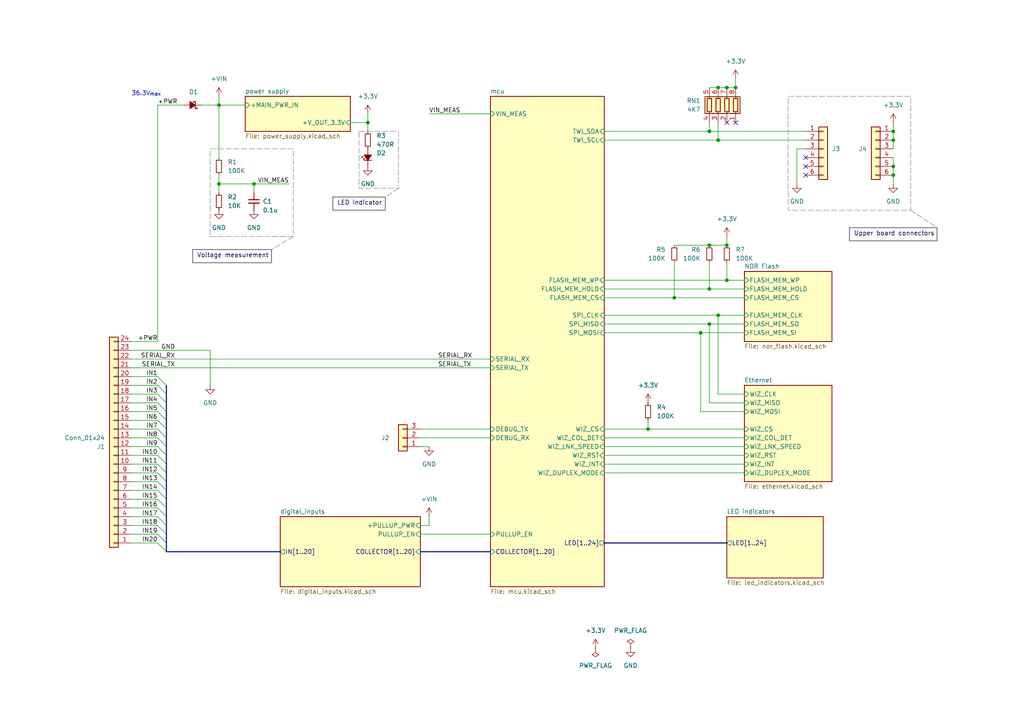
<source format=kicad_sch>
(kicad_sch (version 20230121) (generator eeschema)
  (paper "A4")
  (title_block (date "2023-06-16") (rev "R1"))
  (lib_symbols
    (symbol "Connector_Generic:Conn_01x03" (pin_names (offset 1.016) hide)
      (property "Reference" "J" (at 0 5.08 0))
      (property "Value" "Conn_01x03" (at 0 -5.08 0))
      (symbol "Conn_01x03_1_1"
        (rectangle (start -1.27 -2.413) (end 0 -2.667) (stroke (width 0.1524)))
        (rectangle (start -1.27 0.127) (end 0 -0.127) (stroke (width 0.1524)))
        (rectangle (start -1.27 2.667) (end 0 2.413) (stroke (width 0.1524)))
        (rectangle (start -1.27 3.81) (end 1.27 -3.81) (stroke (width 0.254)) (fill (type background)))
        (pin passive line (at -5.08 2.54 0) (length 3.81) (name "Pin_1") (number "1"))
        (pin passive line (at -5.08 0 0) (length 3.81) (name "Pin_2") (number "2"))
        (pin passive line (at -5.08 -2.54 0) (length 3.81) (name "Pin_3") (number "3"))
      )
    )
    (symbol "Connector_Generic:Conn_01x06" (pin_names (offset 1.016) hide)
      (property "Reference" "J" (at 0 7.62 0))
      (property "Value" "Conn_01x06" (at 0 -10.16 0))
      (symbol "Conn_01x06_1_1"
        (rectangle (start -1.27 -7.493) (end 0 -7.747) (stroke (width 0.1524)))
        (rectangle (start -1.27 -4.953) (end 0 -5.207) (stroke (width 0.1524)))
        (rectangle (start -1.27 -2.413) (end 0 -2.667) (stroke (width 0.1524)))
        (rectangle (start -1.27 0.127) (end 0 -0.127) (stroke (width 0.1524)))
        (rectangle (start -1.27 2.667) (end 0 2.413) (stroke (width 0.1524)))
        (rectangle (start -1.27 5.207) (end 0 4.953) (stroke (width 0.1524)))
        (rectangle (start -1.27 6.35) (end 1.27 -8.89) (stroke (width 0.254)) (fill (type background)))
        (pin passive line (at -5.08 5.08 0) (length 3.81) (name "Pin_1") (number "1"))
        (pin passive line (at -5.08 2.54 0) (length 3.81) (name "Pin_2") (number "2"))
        (pin passive line (at -5.08 0 0) (length 3.81) (name "Pin_3") (number "3"))
        (pin passive line (at -5.08 -2.54 0) (length 3.81) (name "Pin_4") (number "4"))
        (pin passive line (at -5.08 -5.08 0) (length 3.81) (name "Pin_5") (number "5"))
        (pin passive line (at -5.08 -7.62 0) (length 3.81) (name "Pin_6") (number "6"))
      )
    )
    (symbol "Connector_Generic:Conn_01x24" (pin_names (offset 1.016) hide)
      (property "Reference" "J" (at 0 30.48 0))
      (property "Value" "Conn_01x24" (at 0 -33.02 0))
      (symbol "Conn_01x24_1_1"
        (rectangle (start -1.27 -30.353) (end 0 -30.607) (stroke (width 0.1524)))
        (rectangle (start -1.27 -27.813) (end 0 -28.067) (stroke (width 0.1524)))
        (rectangle (start -1.27 -25.273) (end 0 -25.527) (stroke (width 0.1524)))
        (rectangle (start -1.27 -22.733) (end 0 -22.987) (stroke (width 0.1524)))
        (rectangle (start -1.27 -20.193) (end 0 -20.447) (stroke (width 0.1524)))
        (rectangle (start -1.27 -17.653) (end 0 -17.907) (stroke (width 0.1524)))
        (rectangle (start -1.27 -15.113) (end 0 -15.367) (stroke (width 0.1524)))
        (rectangle (start -1.27 -12.573) (end 0 -12.827) (stroke (width 0.1524)))
        (rectangle (start -1.27 -10.033) (end 0 -10.287) (stroke (width 0.1524)))
        (rectangle (start -1.27 -7.493) (end 0 -7.747) (stroke (width 0.1524)))
        (rectangle (start -1.27 -4.953) (end 0 -5.207) (stroke (width 0.1524)))
        (rectangle (start -1.27 -2.413) (end 0 -2.667) (stroke (width 0.1524)))
        (rectangle (start -1.27 0.127) (end 0 -0.127) (stroke (width 0.1524)))
        (rectangle (start -1.27 2.667) (end 0 2.413) (stroke (width 0.1524)))
        (rectangle (start -1.27 5.207) (end 0 4.953) (stroke (width 0.1524)))
        (rectangle (start -1.27 7.747) (end 0 7.493) (stroke (width 0.1524)))
        (rectangle (start -1.27 10.287) (end 0 10.033) (stroke (width 0.1524)))
        (rectangle (start -1.27 12.827) (end 0 12.573) (stroke (width 0.1524)))
        (rectangle (start -1.27 15.367) (end 0 15.113) (stroke (width 0.1524)))
        (rectangle (start -1.27 17.907) (end 0 17.653) (stroke (width 0.1524)))
        (rectangle (start -1.27 20.447) (end 0 20.193) (stroke (width 0.1524)))
        (rectangle (start -1.27 22.987) (end 0 22.733) (stroke (width 0.1524)))
        (rectangle (start -1.27 25.527) (end 0 25.273) (stroke (width 0.1524)))
        (rectangle (start -1.27 28.067) (end 0 27.813) (stroke (width 0.1524)))
        (rectangle (start -1.27 29.21) (end 1.27 -31.75) (stroke (width 0.254)) (fill (type background)))
        (pin passive line (at -5.08 27.94 0) (length 3.81) (name "Pin_1") (number "1"))
        (pin passive line (at -5.08 5.08 0) (length 3.81) (name "Pin_10") (number "10"))
        (pin passive line (at -5.08 2.54 0) (length 3.81) (name "Pin_11") (number "11"))
        (pin passive line (at -5.08 0 0) (length 3.81) (name "Pin_12") (number "12"))
        (pin passive line (at -5.08 -2.54 0) (length 3.81) (name "Pin_13") (number "13"))
        (pin passive line (at -5.08 -5.08 0) (length 3.81) (name "Pin_14") (number "14"))
        (pin passive line (at -5.08 -7.62 0) (length 3.81) (name "Pin_15") (number "15"))
        (pin passive line (at -5.08 -10.16 0) (length 3.81) (name "Pin_16") (number "16"))
        (pin passive line (at -5.08 -12.7 0) (length 3.81) (name "Pin_17") (number "17"))
        (pin passive line (at -5.08 -15.24 0) (length 3.81) (name "Pin_18") (number "18"))
        (pin passive line (at -5.08 -17.78 0) (length 3.81) (name "Pin_19") (number "19"))
        (pin passive line (at -5.08 25.4 0) (length 3.81) (name "Pin_2") (number "2"))
        (pin passive line (at -5.08 -20.32 0) (length 3.81) (name "Pin_20") (number "20"))
        (pin passive line (at -5.08 -22.86 0) (length 3.81) (name "Pin_21") (number "21"))
        (pin passive line (at -5.08 -25.4 0) (length 3.81) (name "Pin_22") (number "22"))
        (pin passive line (at -5.08 -27.94 0) (length 3.81) (name "Pin_23") (number "23"))
        (pin passive line (at -5.08 -30.48 0) (length 3.81) (name "Pin_24") (number "24"))
        (pin passive line (at -5.08 22.86 0) (length 3.81) (name "Pin_3") (number "3"))
        (pin passive line (at -5.08 20.32 0) (length 3.81) (name "Pin_4") (number "4"))
        (pin passive line (at -5.08 17.78 0) (length 3.81) (name "Pin_5") (number "5"))
        (pin passive line (at -5.08 15.24 0) (length 3.81) (name "Pin_6") (number "6"))
        (pin passive line (at -5.08 12.7 0) (length 3.81) (name "Pin_7") (number "7"))
        (pin passive line (at -5.08 10.16 0) (length 3.81) (name "Pin_8") (number "8"))
        (pin passive line (at -5.08 7.62 0) (length 3.81) (name "Pin_9") (number "9"))
      )
    )
    (symbol "Device:C_Small" (pin_numbers hide) (pin_names (offset 0.254) hide)
      (property "Reference" "C" (at 0.254 1.778 0))
      (property "Value" "C_Small" (at 0.254 -2.032 0))
      (symbol "C_Small_0_1"
        (polyline (pts (xy -1.524 -0.508) (xy 1.524 -0.508)) (stroke (width 0.3302)))
        (polyline (pts (xy -1.524 0.508) (xy 1.524 0.508)) (stroke (width 0.3048)))
      )
      (symbol "C_Small_1_1"
        (pin passive line (at 0 2.54 270) (length 2.032) (name "~") (number "1"))
        (pin passive line (at 0 -2.54 90) (length 2.032) (name "~") (number "2"))
      )
    )
    (symbol "Device:D_Schottky_Small_Filled" (pin_numbers hide) (pin_names (offset 0.254) hide)
      (property "Reference" "D" (at -1.27 2.032 0))
      (property "Value" "D_Schottky_Small_Filled" (at -7.112 -2.032 0))
      (symbol "D_Schottky_Small_Filled_0_1"
        (polyline (pts (xy -0.762 0) (xy 0.762 0)))
        (polyline (pts (xy 0.762 -1.016) (xy -0.762 0) (xy 0.762 1.016) (xy 0.762 -1.016)) (stroke (width 0.254)) (fill (type outline)))
        (polyline (pts (xy -1.27 0.762) (xy -1.27 1.016) (xy -0.762 1.016) (xy -0.762 -1.016) (xy -0.254 -1.016) (xy -0.254 -0.762)) (stroke (width 0.254)))
      )
      (symbol "D_Schottky_Small_Filled_1_1"
        (pin passive line (at -2.54 0 0) (length 1.778) (name "K") (number "1"))
        (pin passive line (at 2.54 0 180) (length 1.778) (name "A") (number "2"))
      )
    )
    (symbol "Device:LED_Small_Filled" (pin_numbers hide) (pin_names (offset 0.254) hide)
      (property "Reference" "D" (at -1.27 3.175 0))
      (property "Value" "LED_Small_Filled" (at -4.445 -2.54 0))
      (symbol "LED_Small_Filled_0_1"
        (polyline (pts (xy -0.762 -1.016) (xy -0.762 1.016)) (stroke (width 0.254)))
        (polyline (pts (xy 1.016 0) (xy -0.762 0)))
        (polyline (pts (xy 0.762 -1.016) (xy -0.762 0) (xy 0.762 1.016) (xy 0.762 -1.016)) (stroke (width 0.254)) (fill (type outline)))
        (polyline (pts (xy 0 0.762) (xy -0.508 1.27) (xy -0.254 1.27) (xy -0.508 1.27) (xy -0.508 1.016)))
        (polyline (pts (xy 0.508 1.27) (xy 0 1.778) (xy 0.254 1.778) (xy 0 1.778) (xy 0 1.524)))
      )
      (symbol "LED_Small_Filled_1_1"
        (pin passive line (at -2.54 0 0) (length 1.778) (name "K") (number "1"))
        (pin passive line (at 2.54 0 180) (length 1.778) (name "A") (number "2"))
      )
    )
    (symbol "Device:R_Pack04" (pin_names (offset 0) hide)
      (property "Reference" "RN" (at -7.62 0 90))
      (property "Value" "R_Pack04" (at 5.08 0 90))
      (symbol "R_Pack04_0_1"
        (rectangle (start -6.35 -2.413) (end 3.81 2.413) (stroke (width 0.254)) (fill (type background)))
        (rectangle (start -5.715 1.905) (end -4.445 -1.905) (stroke (width 0.254)))
        (rectangle (start -3.175 1.905) (end -1.905 -1.905) (stroke (width 0.254)))
        (rectangle (start -0.635 1.905) (end 0.635 -1.905) (stroke (width 0.254)))
        (polyline (pts (xy -5.08 -2.54) (xy -5.08 -1.905)))
        (polyline (pts (xy -5.08 1.905) (xy -5.08 2.54)))
        (polyline (pts (xy -2.54 -2.54) (xy -2.54 -1.905)))
        (polyline (pts (xy -2.54 1.905) (xy -2.54 2.54)))
        (polyline (pts (xy 0 -2.54) (xy 0 -1.905)))
        (polyline (pts (xy 0 1.905) (xy 0 2.54)))
        (polyline (pts (xy 2.54 -2.54) (xy 2.54 -1.905)))
        (polyline (pts (xy 2.54 1.905) (xy 2.54 2.54)))
        (rectangle (start 1.905 1.905) (end 3.175 -1.905) (stroke (width 0.254)))
      )
      (symbol "R_Pack04_1_1"
        (pin passive line (at -5.08 -5.08 90) (length 2.54) (name "R1.1") (number "1"))
        (pin passive line (at -2.54 -5.08 90) (length 2.54) (name "R2.1") (number "2"))
        (pin passive line (at 0 -5.08 90) (length 2.54) (name "R3.1") (number "3"))
        (pin passive line (at 2.54 -5.08 90) (length 2.54) (name "R4.1") (number "4"))
        (pin passive line (at 2.54 5.08 270) (length 2.54) (name "R4.2") (number "5"))
        (pin passive line (at 0 5.08 270) (length 2.54) (name "R3.2") (number "6"))
        (pin passive line (at -2.54 5.08 270) (length 2.54) (name "R2.2") (number "7"))
        (pin passive line (at -5.08 5.08 270) (length 2.54) (name "R1.2") (number "8"))
      )
    )
    (symbol "Device:R_Small" (pin_numbers hide) (pin_names (offset 0.254) hide)
      (property "Reference" "R" (at 0.762 0.508 0))
      (property "Value" "R_Small" (at 0.762 -1.016 0))
      (symbol "R_Small_0_1"
        (rectangle (start -0.762 1.778) (end 0.762 -1.778) (stroke (width 0.2032)))
      )
      (symbol "R_Small_1_1"
        (pin passive line (at 0 2.54 270) (length 0.762) (name "~") (number "1"))
        (pin passive line (at 0 -2.54 90) (length 0.762) (name "~") (number "2"))
      )
    )
    (symbol "My Libraries:+VIN" (power) (in_bom no) (on_board no)
      (property "Value" "+VIN" (at 0 3.81 0))
      (symbol "+VIN_0_1"
        (polyline (pts (xy 0 0) (xy 0 2.54)))
        (polyline (pts (xy 0 2.54) (xy -0.762 1.27)))
        (polyline (pts (xy 0 2.54) (xy 0.762 1.27)))
      )
      (symbol "+VIN_1_1"
        (pin power_in line (at 0 0 90) (length 0) hide (name "+VIN") (number "1"))
      )
    )
    (symbol "power:+3.3V" (power) (pin_names (offset 0))
      (property "Value" "+3.3V" (at 0 3.556 0))
      (symbol "+3.3V_0_1"
        (polyline (pts (xy -0.762 1.27) (xy 0 2.54)))
        (polyline (pts (xy 0 0) (xy 0 2.54)))
        (polyline (pts (xy 0 2.54) (xy 0.762 1.27)))
      )
      (symbol "+3.3V_1_1"
        (pin power_in line (at 0 0 90) (length 0) hide (name "+3.3V") (number "1"))
      )
    )
    (symbol "power:GND" (power) (pin_names (offset 0))
      (property "Value" "GND" (at 0 -3.81 0))
      (symbol "GND_0_1"
        (polyline (pts (xy 0 0) (xy 0 -1.27) (xy 1.27 -1.27) (xy 0 -2.54) (xy -1.27 -1.27) (xy 0 -1.27)))
      )
      (symbol "GND_1_1"
        (pin power_in line (at 0 0 270) (length 0) hide (name "GND") (number "1"))
      )
    )
    (symbol "power:PWR_FLAG" (power) (pin_numbers hide) (pin_names (offset 0) hide)
      (property "Value" "PWR_FLAG" (at 0 3.81 0))
      (symbol "PWR_FLAG_0_0"
        (pin power_out line (at 0 0 90) (length 0) (name "pwr") (number "1"))
      )
      (symbol "PWR_FLAG_0_1"
        (polyline (pts (xy 0 0) (xy 0 1.27) (xy -1.016 1.905) (xy 0 2.54) (xy 1.016 1.905) (xy 0 1.27)))
      )
    )
  )
  (junction (at 73.66 53.34))
  (junction (at 63.5 30.48))
  (junction (at 203.2 96.52))
  (junction (at 210.82 71.12))
  (junction (at 210.82 25.4))
  (junction (at 205.74 38.1))
  (junction (at 205.74 83.82))
  (junction (at 259.08 40.64))
  (junction (at 63.5 53.34))
  (junction (at 213.36 25.4))
  (junction (at 205.74 93.98))
  (junction (at 208.28 25.4))
  (junction (at 187.96 124.46))
  (junction (at 195.58 86.36))
  (junction (at 106.68 35.56))
  (junction (at 208.28 91.44))
  (junction (at 259.08 38.1))
  (junction (at 205.74 71.12))
  (junction (at 259.08 48.26))
  (junction (at 210.82 81.28))
  (junction (at 208.28 40.64))
  (junction (at 259.08 50.8))
  (no_connect (at 213.36 35.56))
  (no_connect (at 233.68 50.8))
  (no_connect (at 233.68 48.26))
  (no_connect (at 233.68 45.72))
  (no_connect (at 210.82 35.56))
  (bus_entry (at 45.72 134.62) (size 2.54 2.54))
  (bus_entry (at 45.72 127) (size 2.54 2.54))
  (bus_entry (at 45.72 132.08) (size 2.54 2.54))
  (bus_entry (at 45.72 137.16) (size 2.54 2.54))
  (bus_entry (at 45.72 129.54) (size 2.54 2.54))
  (bus_entry (at 45.72 116.84) (size 2.54 2.54))
  (bus_entry (at 45.72 139.7) (size 2.54 2.54))
  (bus_entry (at 45.72 144.78) (size 2.54 2.54))
  (bus_entry (at 45.72 109.22) (size 2.54 2.54))
  (bus_entry (at 45.72 114.3) (size 2.54 2.54))
  (bus_entry (at 45.72 142.24) (size 2.54 2.54))
  (bus_entry (at 45.72 121.92) (size 2.54 2.54))
  (bus_entry (at 45.72 157.48) (size 2.54 2.54))
  (bus_entry (at 45.72 147.32) (size 2.54 2.54))
  (bus_entry (at 45.72 152.4) (size 2.54 2.54))
  (bus_entry (at 45.72 119.38) (size 2.54 2.54))
  (bus_entry (at 45.72 111.76) (size 2.54 2.54))
  (bus_entry (at 45.72 154.94) (size 2.54 2.54))
  (bus_entry (at 45.72 149.86) (size 2.54 2.54))
  (bus_entry (at 45.72 124.46) (size 2.54 2.54))
  (wire (pts (xy 208.28 91.44) (xy 208.28 114.3)))
  (wire (pts (xy 203.2 96.52) (xy 203.2 119.38)))
  (wire (pts (xy 38.1 116.84) (xy 45.72 116.84)))
  (wire (pts (xy 124.46 149.86) (xy 124.46 152.4)))
  (wire (pts (xy 63.5 50.8) (xy 63.5 53.34)))
  (wire (pts (xy 38.1 111.76) (xy 45.72 111.76)))
  (wire (pts (xy 38.1 152.4) (xy 45.72 152.4)))
  (wire (pts (xy 195.58 76.2) (xy 195.58 86.36)))
  (bus (pts (xy 48.26 154.94) (xy 48.26 157.48)))
  (wire (pts (xy 38.1 114.3) (xy 45.72 114.3)))
  (wire (pts (xy 38.1 147.32) (xy 45.72 147.32)))
  (wire (pts (xy 259.08 35.56) (xy 259.08 38.1)))
  (wire (pts (xy 38.1 132.08) (xy 45.72 132.08)))
  (wire (pts (xy 210.82 68.58) (xy 210.82 71.12)))
  (bus (pts (xy 48.26 134.62) (xy 48.26 137.16)))
  (wire (pts (xy 38.1 137.16) (xy 45.72 137.16)))
  (wire (pts (xy 175.26 132.08) (xy 215.9 132.08)))
  (wire (pts (xy 45.72 30.48) (xy 53.34 30.48)))
  (wire (pts (xy 124.46 33.02) (xy 142.24 33.02)))
  (wire (pts (xy 38.1 134.62) (xy 45.72 134.62)))
  (bus (pts (xy 48.26 132.08) (xy 48.26 134.62)))
  (wire (pts (xy 195.58 86.36) (xy 215.9 86.36)))
  (wire (pts (xy 38.1 129.54) (xy 45.72 129.54)))
  (polyline (pts (xy 85.09 68.58) (xy 78.74 72.39)) (stroke (width 0.15) (type dash) (color 132 132 132 1)))
  (polyline (pts (xy 115.57 54.61) (xy 111.76 57.15)) (stroke (width 0.15) (type dash) (color 132 132 132 1)))
  (wire (pts (xy 124.46 129.54) (xy 121.92 129.54)))
  (wire (pts (xy 208.28 91.44) (xy 215.9 91.44)))
  (wire (pts (xy 121.92 127) (xy 142.24 127)))
  (wire (pts (xy 213.36 22.86) (xy 213.36 25.4)))
  (wire (pts (xy 58.42 30.48) (xy 63.5 30.48)))
  (bus (pts (xy 48.26 144.78) (xy 48.26 147.32)))
  (wire (pts (xy 259.08 45.72) (xy 259.08 48.26)))
  (wire (pts (xy 208.28 40.64) (xy 208.28 35.56)))
  (bus (pts (xy 48.26 121.92) (xy 48.26 124.46)))
  (bus (pts (xy 48.26 119.38) (xy 48.26 121.92)))
  (bus (pts (xy 48.26 111.76) (xy 48.26 114.3)))
  (wire (pts (xy 63.5 30.48) (xy 71.12 30.48)))
  (wire (pts (xy 175.26 86.36) (xy 195.58 86.36)))
  (wire (pts (xy 38.1 121.92) (xy 45.72 121.92)))
  (wire (pts (xy 215.9 116.84) (xy 205.74 116.84)))
  (wire (pts (xy 233.68 40.64) (xy 208.28 40.64)))
  (wire (pts (xy 210.82 25.4) (xy 208.28 25.4)))
  (wire (pts (xy 175.26 134.62) (xy 215.9 134.62)))
  (wire (pts (xy 63.5 53.34) (xy 73.66 53.34)))
  (bus (pts (xy 175.26 157.48) (xy 210.82 157.48)))
  (wire (pts (xy 121.92 124.46) (xy 142.24 124.46)))
  (bus (pts (xy 48.26 152.4) (xy 48.26 154.94)))
  (bus (pts (xy 48.26 129.54) (xy 48.26 132.08)))
  (wire (pts (xy 175.26 137.16) (xy 215.9 137.16)))
  (wire (pts (xy 38.1 142.24) (xy 45.72 142.24)))
  (wire (pts (xy 38.1 157.48) (xy 45.72 157.48)))
  (wire (pts (xy 106.68 35.56) (xy 106.68 38.1)))
  (wire (pts (xy 38.1 101.6) (xy 60.96 101.6)))
  (wire (pts (xy 175.26 81.28) (xy 210.82 81.28)))
  (bus (pts (xy 48.26 157.48) (xy 48.26 160.02)))
  (wire (pts (xy 187.96 121.92) (xy 187.96 124.46)))
  (wire (pts (xy 195.58 71.12) (xy 205.74 71.12)))
  (wire (pts (xy 259.08 38.1) (xy 259.08 40.64)))
  (wire (pts (xy 63.5 45.72) (xy 63.5 30.48)))
  (wire (pts (xy 215.9 119.38) (xy 203.2 119.38)))
  (wire (pts (xy 38.1 127) (xy 45.72 127)))
  (wire (pts (xy 259.08 48.26) (xy 259.08 50.8)))
  (bus (pts (xy 48.26 124.46) (xy 48.26 127)))
  (wire (pts (xy 121.92 154.94) (xy 142.24 154.94)))
  (wire (pts (xy 38.1 139.7) (xy 45.72 139.7)))
  (wire (pts (xy 175.26 40.64) (xy 208.28 40.64)))
  (wire (pts (xy 210.82 76.2) (xy 210.82 81.28)))
  (wire (pts (xy 175.26 38.1) (xy 205.74 38.1)))
  (wire (pts (xy 205.74 93.98) (xy 215.9 93.98)))
  (wire (pts (xy 175.26 124.46) (xy 187.96 124.46)))
  (wire (pts (xy 203.2 96.52) (xy 215.9 96.52)))
  (wire (pts (xy 175.26 129.54) (xy 215.9 129.54)))
  (bus (pts (xy 48.26 149.86) (xy 48.26 152.4)))
  (wire (pts (xy 60.96 101.6) (xy 60.96 111.76)))
  (wire (pts (xy 63.5 53.34) (xy 63.5 55.88)))
  (bus (pts (xy 48.26 142.24) (xy 48.26 144.78)))
  (polyline (pts (xy 264.16 60.96) (xy 271.78 66.04)) (stroke (width 0.15) (type dash) (color 132 132 132 1)))
  (bus (pts (xy 121.92 160.02) (xy 142.24 160.02)))
  (wire (pts (xy 73.66 53.34) (xy 83.82 53.34)))
  (wire (pts (xy 175.26 91.44) (xy 208.28 91.44)))
  (wire (pts (xy 205.74 71.12) (xy 210.82 71.12)))
  (wire (pts (xy 73.66 55.88) (xy 73.66 53.34)))
  (wire (pts (xy 175.26 93.98) (xy 205.74 93.98)))
  (wire (pts (xy 187.96 124.46) (xy 215.9 124.46)))
  (wire (pts (xy 38.1 104.14) (xy 142.24 104.14)))
  (wire (pts (xy 45.72 30.48) (xy 45.72 99.06)))
  (bus (pts (xy 48.26 147.32) (xy 48.26 149.86)))
  (wire (pts (xy 175.26 96.52) (xy 203.2 96.52)))
  (bus (pts (xy 48.26 116.84) (xy 48.26 119.38)))
  (bus (pts (xy 48.26 137.16) (xy 48.26 139.7)))
  (wire (pts (xy 175.26 127) (xy 215.9 127)))
  (wire (pts (xy 101.6 35.56) (xy 106.68 35.56)))
  (bus (pts (xy 48.26 114.3) (xy 48.26 116.84)))
  (wire (pts (xy 231.14 53.34) (xy 231.14 43.18)))
  (wire (pts (xy 63.5 27.94) (xy 63.5 30.48)))
  (wire (pts (xy 106.68 33.02) (xy 106.68 35.56)))
  (wire (pts (xy 210.82 81.28) (xy 215.9 81.28)))
  (wire (pts (xy 38.1 124.46) (xy 45.72 124.46)))
  (wire (pts (xy 231.14 43.18) (xy 233.68 43.18)))
  (wire (pts (xy 205.74 76.2) (xy 205.74 83.82)))
  (wire (pts (xy 205.74 38.1) (xy 205.74 35.56)))
  (wire (pts (xy 124.46 152.4) (xy 121.92 152.4)))
  (wire (pts (xy 259.08 50.8) (xy 259.08 53.34)))
  (wire (pts (xy 175.26 83.82) (xy 205.74 83.82)))
  (wire (pts (xy 38.1 109.22) (xy 45.72 109.22)))
  (wire (pts (xy 38.1 154.94) (xy 45.72 154.94)))
  (bus (pts (xy 48.26 127) (xy 48.26 129.54)))
  (wire (pts (xy 208.28 25.4) (xy 205.74 25.4)))
  (wire (pts (xy 213.36 25.4) (xy 210.82 25.4)))
  (bus (pts (xy 81.28 160.02) (xy 48.26 160.02)))
  (wire (pts (xy 38.1 144.78) (xy 45.72 144.78)))
  (wire (pts (xy 205.74 93.98) (xy 205.74 116.84)))
  (wire (pts (xy 215.9 114.3) (xy 208.28 114.3)))
  (bus (pts (xy 48.26 139.7) (xy 48.26 142.24)))
  (wire (pts (xy 38.1 119.38) (xy 45.72 119.38)))
  (wire (pts (xy 205.74 83.82) (xy 215.9 83.82)))
  (wire (pts (xy 38.1 149.86) (xy 45.72 149.86)))
  (wire (pts (xy 233.68 38.1) (xy 205.74 38.1)))
  (wire (pts (xy 45.72 99.06) (xy 38.1 99.06)))
  (wire (pts (xy 38.1 106.68) (xy 142.24 106.68)))
  (wire (pts (xy 259.08 40.64) (xy 259.08 43.18)))
  (rectangle (start 96.52 57.15) (end 111.76 60.96) (stroke (width 0.3) (color 132 132 132 1)))
  (rectangle (start 228.6 27.94) (end 264.16 60.96) (stroke (width 0.15) (type dash) (color 132 132 132 1)))
  (rectangle (start 55.88 72.39) (end 78.74 76.2) (stroke (width 0.3) (color 132 132 132 1)))
  (rectangle (start 60.96 43.18) (end 85.09 68.58) (stroke (width 0.15) (type dash) (color 132 132 132 1)))
  (rectangle (start 246.38 66.04) (end 271.78 69.85) (stroke (width 0.3) (color 132 132 132 1)))
  (rectangle (start 104.14 38.1) (end 115.57 54.61) (stroke (width 0.15) (type dash) (color 132 132 132 1)))
  (text "36.3V_{max}" (at 38.1 27.94 0) (effects (font (size 1.27 1.27)) (justify left bottom)))
  (text "Voltage measurement" (at 57.15 74.93 0) (effects (font (size 1.27 1.27)) (justify left bottom)))
  (text "Upper board connectors" (at 247.65 68.58 0) (effects (font (size 1.27 1.27)) (justify left bottom)))
  (text "LED indicator" (at 97.79 59.69 0) (effects (font (size 1.27 1.27)) (justify left bottom)))
  (label "IN10" (at 45.72 132.08 180))
  (label "IN16" (at 45.72 147.32 180))
  (label "IN11" (at 45.72 134.62 180))
  (label "IN15" (at 45.72 144.78 180))
  (label "IN7" (at 45.72 124.46 180))
  (label "VIN_MEAS" (at 83.82 53.34 180))
  (label "IN4" (at 45.72 116.84 180))
  (label "IN20" (at 45.72 157.48 180))
  (label "IN9" (at 45.72 129.54 180))
  (label "IN19" (at 45.72 154.94 180))
  (label "IN1" (at 45.72 109.22 180))
  (label "IN3" (at 45.72 114.3 180))
  (label "IN5" (at 45.72 119.38 180))
  (label "IN2" (at 45.72 111.76 180))
  (label "IN13" (at 45.72 139.7 180))
  (label "SERIAL_TX" (at 127 106.68 0))
  (label "IN8" (at 45.72 127 180))
  (label "SERIAL_TX" (at 50.8 106.68 180))
  (label "+PWR" (at 45.72 99.06 180))
  (label "IN6" (at 45.72 121.92 180))
  (label "SERIAL_RX" (at 127 104.14 0))
  (label "SERIAL_RX" (at 50.8 104.14 180))
  (label "IN17" (at 45.72 149.86 180))
  (label "IN14" (at 45.72 142.24 180))
  (label "IN18" (at 45.72 152.4 180))
  (label "VIN_MEAS" (at 124.46 33.02 0))
  (label "IN12" (at 45.72 137.16 180))
  (label "+PWR" (at 45.72 30.48 0))
  (label "GND" (at 50.8 101.6 180))
  (symbol (lib_id "power:GND") (at 63.5 60.96 0) (unit 1)
    (property "Reference" "#PWR03" (effects hide))
    (property "Value" "GND" (at 63.5 66.04 0))
  )
  (symbol (lib_id "power:+3.3V") (at 172.72 187.96 0) (unit 1)
    (property "Reference" "#PWR09" (effects hide))
    (property "Value" "+3.3V" (at 172.72 182.88 0))
  )
  (symbol (lib_id "Device:LED_Small_Filled") (at 106.68 45.72 90) (unit 1)
    (property "Reference" "D2" (at 109.22 44.3865 90) (effects (justify right)))
    (property "Value" "LED_Small_Filled" (effects hide))
    (property "Footprint" "LED_SMD:LED_0603_1608Metric" (effects hide))
  )
  (symbol (lib_id "Device:R_Small") (at 63.5 58.42 0) (unit 1)
    (property "Reference" "R2" (at 66.04 57.15 0) (effects (justify left)))
    (property "Value" "10K" (at 66.04 59.69 0) (effects (justify left)))
    (property "Footprint" "Resistor_SMD:R_0603_1608Metric" (effects hide))
  )
  (symbol (lib_id "power:PWR_FLAG") (at 182.88 187.96 0) (unit 1)
    (property "Reference" "#FLG02" (effects hide))
    (property "Value" "PWR_FLAG" (at 182.88 182.88 0))
  )
  (symbol (lib_id "Device:R_Small") (at 210.82 73.66 0) (unit 1)
    (property "Reference" "R7" (at 213.36 72.39 0) (effects (justify left)))
    (property "Value" "100K" (at 213.36 74.93 0) (effects (justify left)))
    (property "Footprint" "Resistor_SMD:R_0603_1608Metric" (effects hide))
  )
  (symbol (lib_id "power:GND") (at 182.88 187.96 0) (unit 1)
    (property "Reference" "#PWR010" (effects hide))
    (property "Value" "GND" (at 182.88 193.04 0))
  )
  (symbol (lib_id "power:+3.3V") (at 187.96 116.84 0) (unit 1)
    (property "Reference" "#PWR011" (effects hide))
    (property "Value" "+3.3V" (at 187.96 111.76 0))
  )
  (symbol (lib_id "Connector_Generic:Conn_01x06") (at 254 43.18 0) (mirror y) (unit 1)
    (property "Reference" "J4" (at 251.46 43.18 0) (effects (justify left)))
    (property "Value" "Conn_01x06" (effects hide))
    (property "Footprint" "Connector_PinHeader_2.54mm:PinHeader_1x06_P2.54mm_Vertical" (effects hide))
  )
  (symbol (lib_id "power:+3.3V") (at 106.68 33.02 0) (unit 1)
    (property "Reference" "#PWR05" (effects hide))
    (property "Value" "+3.3V" (at 106.68 27.94 0))
  )
  (symbol (lib_id "Connector_Generic:Conn_01x06") (at 238.76 43.18 0) (unit 1)
    (property "Reference" "J3" (at 241.3 43.18 0) (effects (justify left)))
    (property "Value" "Conn_01x06" (effects hide))
    (property "Footprint" "Connector_PinHeader_2.54mm:PinHeader_1x06_P2.54mm_Vertical" (effects hide))
  )
  (symbol (lib_id "power:GND") (at 60.96 111.76 0) (unit 1)
    (property "Reference" "#PWR01" (effects hide))
    (property "Value" "GND" (at 60.96 116.84 0))
  )
  (symbol (lib_id "power:GND") (at 124.46 129.54 0) (unit 1)
    (property "Reference" "#PWR07" (effects hide))
    (property "Value" "GND" (at 124.46 134.62 0))
  )
  (symbol (lib_id "power:GND") (at 259.08 53.34 0) (unit 1)
    (property "Reference" "#PWR016" (effects hide))
    (property "Value" "GND" (at 259.08 58.42 0))
  )
  (symbol (lib_id "Device:R_Small") (at 205.74 73.66 0) (mirror y) (unit 1)
    (property "Reference" "R6" (at 203.2 72.39 0) (effects (justify left)))
    (property "Value" "100K" (at 203.2 74.93 0) (effects (justify left)))
    (property "Footprint" "Resistor_SMD:R_0603_1608Metric" (effects hide))
  )
  (symbol (lib_id "power:+3.3V") (at 210.82 68.58 0) (unit 1)
    (property "Reference" "#PWR012" (effects hide))
    (property "Value" "+3.3V" (at 210.82 63.5 0))
  )
  (symbol (lib_id "Device:D_Schottky_Small_Filled") (at 55.88 30.48 180) (unit 1)
    (property "Reference" "D1" (at 56.134 26.67 0))
    (property "Value" "SBR3U60P1Q-7" (effects hide))
    (property "Footprint" "Diode_SMD:D_PowerDI-123" (effects hide))
    (property "PartkeeprID" "43" (effects hide))
  )
  (symbol (lib_id "Device:R_Small") (at 63.5 48.26 0) (unit 1)
    (property "Reference" "R1" (at 66.04 46.99 0) (effects (justify left)))
    (property "Value" "100K" (at 66.04 49.53 0) (effects (justify left)))
    (property "Footprint" "Resistor_SMD:R_0603_1608Metric" (effects hide))
  )
  (symbol (lib_id "Device:R_Small") (at 106.68 40.64 180) (unit 1)
    (property "Reference" "R3" (at 109.22 39.37 0) (effects (justify right)))
    (property "Value" "470R" (at 109.22 41.91 0) (effects (justify right)))
    (property "Footprint" "Resistor_SMD:R_0603_1608Metric" (effects hide))
  )
  (symbol (lib_id "power:GND") (at 106.68 48.26 0) (unit 1)
    (property "Reference" "#PWR06" (effects hide))
    (property "Value" "GND" (at 106.68 53.34 0))
  )
  (symbol (lib_id "My Libraries:+VIN") (at 124.46 149.86 0) (unit 1) (in_bom no) (on_board no)
    (property "Reference" "#PWR08" (effects hide))
    (property "Value" "+VIN" (at 124.46 144.78 0))
  )
  (symbol (lib_id "power:PWR_FLAG") (at 172.72 187.96 180) (unit 1)
    (property "Reference" "#FLG01" (effects hide))
    (property "Value" "PWR_FLAG" (at 172.72 193.04 0))
  )
  (symbol (lib_id "Device:R_Small") (at 195.58 73.66 0) (mirror y) (unit 1)
    (property "Reference" "R5" (at 193.04 72.39 0) (effects (justify left)))
    (property "Value" "100K" (at 193.04 74.93 0) (effects (justify left)))
    (property "Footprint" "Resistor_SMD:R_0603_1608Metric" (effects hide))
  )
  (symbol (lib_id "Connector_Generic:Conn_01x03") (at 116.84 127 180) (unit 1)
    (property "Reference" "J2" (at 111.76 127 0))
    (property "Value" "Conn_01x03" (effects hide))
    (property "Footprint" "Connector_PinHeader_2.54mm:PinHeader_1x03_P2.54mm_Vertical" (effects hide))
  )
  (symbol (lib_id "power:GND") (at 73.66 60.96 0) (unit 1)
    (property "Reference" "#PWR04" (effects hide))
    (property "Value" "GND" (at 73.66 66.04 0))
  )
  (symbol (lib_id "Device:C_Small") (at 73.66 58.42 0) (unit 1)
    (property "Reference" "C1" (at 76.2 58.42 0) (effects (justify left)))
    (property "Value" "0.1u" (at 76.2 60.96 0) (effects (justify left)))
    (property "Footprint" "Capacitor_SMD:C_0603_1608Metric" (effects hide))
    (property "PartkeeprID" "50" (effects hide))
  )
  (symbol (lib_id "power:+3.3V") (at 259.08 35.56 0) (unit 1)
    (property "Reference" "#PWR015" (effects hide))
    (property "Value" "+3.3V" (at 259.08 30.48 0))
  )
  (symbol (lib_id "Connector_Generic:Conn_01x24") (at 33.02 129.54 180) (unit 1)
    (property "Reference" "J1" (at 30.48 129.54 0) (effects (justify left)))
    (property "Value" "Conn_01x24" (at 30.48 127 0) (effects (justify left)))
    (property "Footprint" "My Footprints:TerminalBlock_TE_1-2834011-x(24P-merged)" (effects hide))
  )
  (symbol (lib_id "My Libraries:+VIN") (at 63.5 27.94 0) (unit 1) (in_bom no) (on_board no)
    (property "Reference" "#PWR02" (effects hide))
    (property "Value" "+VIN" (at 63.5 22.86 0))
  )
  (symbol (lib_id "Device:R_Small") (at 187.96 119.38 0) (unit 1)
    (property "Reference" "R4" (at 190.5 118.11 0) (effects (justify left)))
    (property "Value" "100K" (at 190.5 120.65 0) (effects (justify left)))
    (property "Footprint" "Resistor_SMD:R_0603_1608Metric" (effects hide))
  )
  (symbol (lib_id "power:+3.3V") (at 213.36 22.86 0) (mirror y) (unit 1)
    (property "Reference" "#PWR013" (effects hide))
    (property "Value" "+3.3V" (at 213.36 17.78 0))
  )
  (symbol (lib_id "Device:R_Pack04") (at 208.28 30.48 0) (mirror y) (unit 1)
    (property "Reference" "RN1" (at 203.2 29.21 0) (effects (justify left)))
    (property "Value" "4K7" (at 203.2 31.75 0) (effects (justify left)))
    (property "Footprint" "Resistor_SMD:R_Array_Concave_4x0603" (effects hide))
  )
  (symbol (lib_id "power:GND") (at 231.14 53.34 0) (mirror y) (unit 1)
    (property "Reference" "#PWR014" (effects hide))
    (property "Value" "GND" (at 231.14 58.42 0))
  )
  (sheet (at 215.9 78.74) (size 25.4 20.32) (stroke (width 0.254)) (fill (color 255 255 194 1.0000))
    (property "Sheetname" "NOR Flash" (at 215.9 77.9776 0) (effects (justify left bottom)))
    (property "Sheetfile" "nor_flash.kicad_sch" (at 215.9 99.6954 0) (effects (justify left top)))
    (pin "FLASH_MEM_SO" input (at 215.9 93.98 180))
    (pin "FLASH_MEM_CLK" input (at 215.9 91.44 180))
    (pin "FLASH_MEM_CS" input (at 215.9 86.36 180))
    (pin "FLASH_MEM_WP" input (at 215.9 81.28 180))
    (pin "FLASH_MEM_HOLD" input (at 215.9 83.82 180))
    (pin "FLASH_MEM_SI" input (at 215.9 96.52 180))
  )
  (sheet (at 142.24 27.94) (size 33.02 142.24) (stroke (width 0.254)) (fill (color 255 255 194 1.0000))
    (property "Sheetname" "mcu" (at 142.24 27.1776 0) (effects (justify left bottom)))
    (property "Sheetfile" "mcu.kicad_sch" (at 142.24 170.8154 0) (effects (justify left top)))
    (pin "VIN_MEAS" input (at 142.24 33.02 180))
    (pin "FLASH_MEM_WP" input (at 175.26 81.28 0))
    (pin "FLASH_MEM_HOLD" input (at 175.26 83.82 0))
    (pin "COLLECTOR[1..20]" input (at 142.24 160.02 180))
    (pin "LED[1..24]" output (at 175.26 157.48 0))
    (pin "WIZ_CS" input (at 175.26 124.46 0))
    (pin "FLASH_MEM_CS" input (at 175.26 86.36 0))
    (pin "SPI_MISO" input (at 175.26 93.98 0))
    (pin "SPI_MOSI" input (at 175.26 96.52 0))
    (pin "SPI_CLK" input (at 175.26 91.44 0))
    (pin "PULLUP_EN" input (at 142.24 154.94 180))
    (pin "WIZ_INT" input (at 175.26 134.62 0))
    (pin "WIZ_RST" input (at 175.26 132.08 0))
    (pin "SERIAL_RX" input (at 142.24 104.14 180))
    (pin "SERIAL_TX" input (at 142.24 106.68 180))
    (pin "TWI_SCL" input (at 175.26 40.64 0))
    (pin "TWI_SDA" input (at 175.26 38.1 0))
    (pin "WIZ_COL_DET" input (at 175.26 127 0))
    (pin "WIZ_DUPLEX_MODE" input (at 175.26 137.16 0))
    (pin "WIZ_LNK_SPEED" input (at 175.26 129.54 0))
    (pin "DEBUG_TX" input (at 142.24 124.46 180))
    (pin "DEBUG_RX" input (at 142.24 127 180))
  )
  (sheet (at 210.82 149.86) (size 27.94 17.78) (stroke (width 0.254)) (fill (color 255 255 194 1.0000))
    (property "Sheetname" "LED indicators" (at 210.82 149.0976 0) (effects (justify left bottom)))
    (property "Sheetfile" "led_indicators.kicad_sch" (at 210.82 168.2754 0) (effects (justify left top)))
    (pin "LED[1..24]" output (at 210.82 157.48 180))
  )
  (sheet (at 71.12 27.94) (size 30.48 10.16) (stroke (width 0.254)) (fill (color 255 255 194 1.0000))
    (property "Sheetname" "power supply" (at 71.12 27.1776 0) (effects (justify left bottom)))
    (property "Sheetfile" "power_supply.kicad_sch" (at 71.12 38.7354 0) (effects (justify left top)))
    (pin "+V_OUT_3.3V" input (at 101.6 35.56 0))
    (pin "+MAIN_PWR_IN" input (at 71.12 30.48 180))
  )
  (sheet (at 81.28 149.86) (size 40.64 20.32) (stroke (width 0.254)) (fill (color 255 255 194 1.0000))
    (property "Sheetname" "digital_inputs" (at 81.28 149.0976 0) (effects (justify left bottom)))
    (property "Sheetfile" "digital_inputs.kicad_sch" (at 81.28 170.8154 0) (effects (justify left top)))
    (pin "PULLUP_EN" input (at 121.92 154.94 0))
    (pin "+PULLUP_PWR" input (at 121.92 152.4 0))
    (pin "COLLECTOR[1..20]" input (at 121.92 160.02 0))
    (pin "IN[1..20]" output (at 81.28 160.02 180))
  )
  (sheet (at 215.9 111.76) (size 25.4 27.94) (stroke (width 0.254)) (fill (color 255 255 194 1.0000))
    (property "Sheetname" "Ethernet" (at 215.9 110.9976 0) (effects (justify left bottom)))
    (property "Sheetfile" "ethernet.kicad_sch" (at 215.9 140.3354 0) (effects (justify left top)))
    (pin "WIZ_RST" input (at 215.9 132.08 180))
    (pin "WIZ_CLK" input (at 215.9 114.3 180))
    (pin "WIZ_MOSI" input (at 215.9 119.38 180))
    (pin "WIZ_MISO" input (at 215.9 116.84 180))
    (pin "WIZ_INT" input (at 215.9 134.62 180))
    (pin "WIZ_CS" input (at 215.9 124.46 180))
    (pin "WIZ_LNK_SPEED" input (at 215.9 129.54 180))
    (pin "WIZ_DUPLEX_MODE" input (at 215.9 137.16 180))
    (pin "WIZ_COL_DET" input (at 215.9 127 180))
  )
)
</source>
